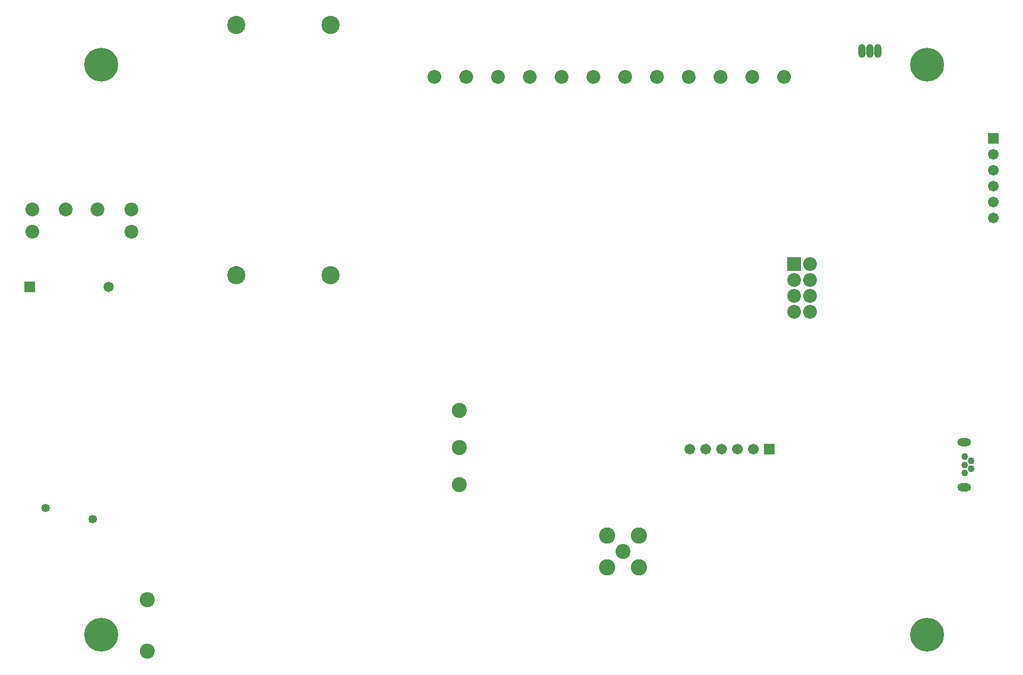
<source format=gbs>
G04*
G04 #@! TF.GenerationSoftware,Altium Limited,Altium Designer,21.8.1 (53)*
G04*
G04 Layer_Color=16711935*
%FSLAX25Y25*%
%MOIN*%
G70*
G04*
G04 #@! TF.SameCoordinates,3454F2FE-2F19-4CCB-A9DF-A7C270953791*
G04*
G04*
G04 #@! TF.FilePolarity,Negative*
G04*
G01*
G75*
%ADD101R,0.06706X0.06706*%
%ADD123C,0.04343*%
%ADD124O,0.08674X0.05131*%
%ADD125C,0.06706*%
%ADD126C,0.08674*%
%ADD127R,0.08674X0.08674*%
%ADD128O,0.04737X0.08674*%
%ADD129C,0.09461*%
%ADD130C,0.10249*%
%ADD131R,0.06500X0.06500*%
%ADD132C,0.06500*%
%ADD133C,0.05300*%
%ADD134C,0.21272*%
%ADD135C,0.11430*%
%ADD136R,0.06706X0.06706*%
D101*
X561238Y311950D02*
D03*
D123*
X543401Y111927D02*
D03*
X547338Y109368D02*
D03*
X543401Y106809D02*
D03*
X547338Y104250D02*
D03*
X543401Y101690D02*
D03*
D124*
X542968Y120883D02*
D03*
Y92734D02*
D03*
D125*
X561238Y261950D02*
D03*
Y271950D02*
D03*
Y281950D02*
D03*
Y291950D02*
D03*
Y301950D02*
D03*
X410438Y116850D02*
D03*
X400438D02*
D03*
X390438D02*
D03*
X380438D02*
D03*
X370438D02*
D03*
D126*
X436138Y222950D02*
D03*
X446138D02*
D03*
Y202950D02*
D03*
Y212949D02*
D03*
Y232949D02*
D03*
X436138Y212949D02*
D03*
Y202950D02*
D03*
X289525Y350718D02*
D03*
X309525D02*
D03*
X389540D02*
D03*
X369540D02*
D03*
X429550D02*
D03*
X409550D02*
D03*
X349530D02*
D03*
X329530D02*
D03*
X229525Y350719D02*
D03*
X209525D02*
D03*
X249525Y350718D02*
D03*
X269525D02*
D03*
X-2362Y267421D02*
D03*
X-22362D02*
D03*
X-43307Y253425D02*
D03*
Y267224D02*
D03*
X19095Y253425D02*
D03*
Y267224D02*
D03*
D127*
X436138Y232949D02*
D03*
D128*
X478838Y366983D02*
D03*
X483838D02*
D03*
X488838D02*
D03*
D129*
X29119Y-10472D02*
D03*
Y22047D02*
D03*
X225182Y140945D02*
D03*
Y117638D02*
D03*
Y94331D02*
D03*
X328319Y52342D02*
D03*
D130*
X318319Y42342D02*
D03*
X338319D02*
D03*
X318319Y62342D02*
D03*
X338319D02*
D03*
D131*
X-45082Y218799D02*
D03*
D132*
X4528D02*
D03*
D133*
X-34890Y79736D02*
D03*
X-5362Y72650D02*
D03*
D134*
X519685Y0D02*
D03*
X0D02*
D03*
Y358268D02*
D03*
X519685D02*
D03*
D135*
X144193Y383366D02*
D03*
Y225886D02*
D03*
X85138Y383366D02*
D03*
Y225886D02*
D03*
D136*
X420438Y116850D02*
D03*
M02*

</source>
